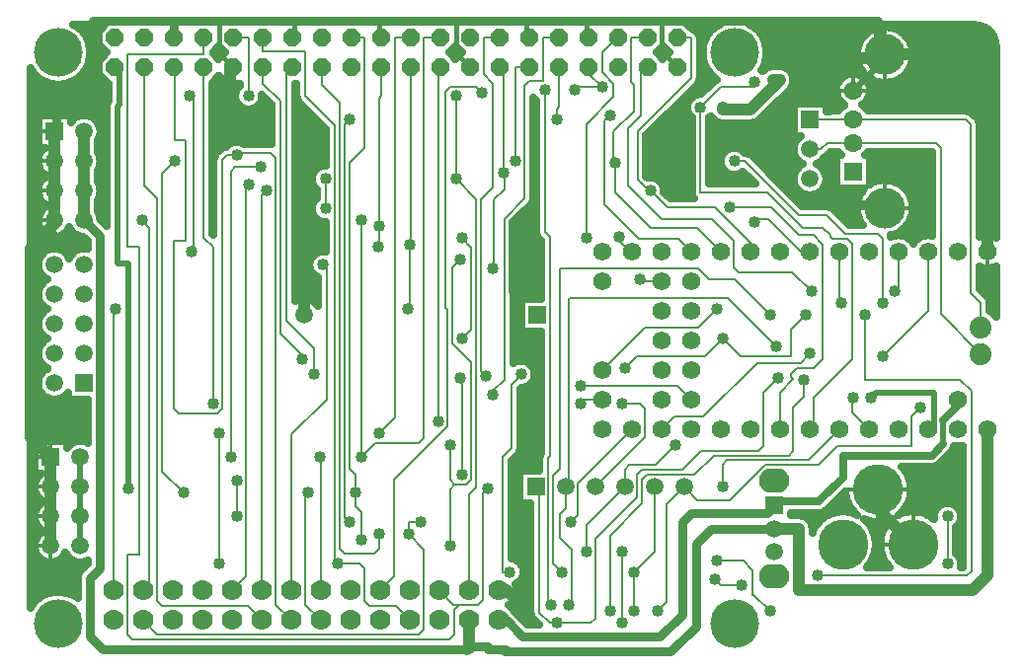
<source format=gbl>
G04 DipTrace 3.3.1.3*
G04 Teensy4RPIlike.gbl*
%MOIN*%
G04 #@! TF.FileFunction,Copper,L2,Bot*
G04 #@! TF.Part,Single*
%AMOUTLINE0*
4,1,8,
0.030118,-0.012475,
0.012475,-0.030118,
-0.012475,-0.030118,
-0.030118,-0.012475,
-0.030118,0.012475,
-0.012475,0.030118,
0.012475,0.030118,
0.030118,0.012475,
0.030118,-0.012475,
0*%
G04 #@! TA.AperFunction,Conductor*
%ADD13C,0.02*%
G04 #@! TA.AperFunction,ViaPad*
%ADD14C,0.04*%
G04 #@! TA.AperFunction,Conductor*
%ADD16C,0.03*%
%ADD17C,0.008*%
%ADD18C,0.015*%
G04 #@! TA.AperFunction,CopperBalancing*
%ADD19C,0.025*%
%ADD24C,0.013*%
G04 #@! TA.AperFunction,ComponentPad*
%ADD30C,0.17*%
%ADD31R,0.059055X0.059055*%
%ADD32C,0.059055*%
%ADD33C,0.07*%
%ADD46O,0.102362X0.082677*%
%ADD47C,0.06194*%
%ADD48C,0.074*%
%ADD49R,0.062992X0.062992*%
%ADD50C,0.062992*%
%ADD51C,0.137795*%
G04 #@! TA.AperFunction,ViaPad*
%ADD53C,0.165*%
G04 #@! TA.AperFunction,ComponentPad*
%ADD110OUTLINE0*%
%FSLAX26Y26*%
G04*
G70*
G90*
G75*
G01*
G04 Bottom*
%LPD*%
X3273073Y1293700D2*
D13*
X3291073Y1311700D1*
X3486498D1*
Y1205842D1*
X3468073Y1187417D1*
X605561Y893700D2*
Y793700D1*
Y993700D2*
Y893700D1*
Y1093700D2*
Y993700D1*
X722600Y2410629D2*
X736787D1*
Y2285886D1*
X730537Y2279637D1*
Y1748102D1*
X768033D1*
Y987388D1*
X2942805Y2368493D2*
D14*
X2967802D1*
X2867813Y2268503D1*
X2773073D1*
Y2273700D1*
X618073Y2193700D2*
Y2093700D1*
X2949054Y852403D2*
X3031073D1*
Y643700D1*
X3617073D1*
X3668073Y694700D1*
Y1187417D1*
X618073Y1893700D2*
D16*
X671073Y1840700D1*
Y719700D1*
X637073Y685700D1*
Y487700D1*
X681078Y443695D1*
X1911892D1*
Y453700D1*
X1980406D1*
Y443695D1*
X2042574D1*
X2036325Y437445D1*
X2599091D1*
X2683073Y521427D1*
Y802403D1*
X2733073Y852403D1*
X2949054D1*
X618073Y1993700D2*
D14*
Y1893700D1*
Y2093700D2*
Y1993700D1*
X1918073Y543700D2*
Y449876D1*
X1911892Y443695D1*
X2961553Y1362348D2*
D17*
X2911073Y1311868D1*
Y1131700D1*
X2895073Y1115700D1*
X2702406D1*
X2638406Y1051700D1*
X2501073D1*
X2485073Y1035700D1*
Y959700D1*
X2345073Y819700D1*
Y549700D1*
X2329073Y533700D1*
X2213073D1*
X2190369D1*
X2155388Y568682D1*
Y993700D1*
X2143073D1*
X2433073Y1273700D2*
X2495073D1*
X2511073Y1257700D1*
Y1161700D1*
X2343073Y993700D1*
X3053073Y1573700D2*
X3005298Y1525926D1*
Y1433700D1*
X2833073D1*
X2773073Y1493700D1*
X3253073Y1573700D2*
Y1356099D1*
X3574674D1*
X3613073Y1317700D1*
Y709700D1*
X3597073Y693700D1*
X3093073D1*
X2773073Y1493700D2*
X2713073Y1433700D1*
X2482962D1*
X2442857Y1393595D1*
X2243073Y993700D2*
X2255377D1*
Y1628004D1*
X2259073Y1631700D1*
X2792191D1*
X2955304Y1468587D1*
X2253073Y593700D2*
X2265073Y605700D1*
Y781700D1*
X2224130Y822642D1*
Y902758D1*
X2243073Y921700D1*
Y993700D1*
X2313073Y773700D2*
Y863700D1*
X2443073Y993700D1*
X2433073Y773700D2*
Y533700D1*
X2443073Y993700D2*
Y1051700D1*
X2459073Y1067700D1*
X2547073D1*
X2613073Y1133700D1*
X2473073Y573700D2*
Y706167D1*
X2474104D1*
X2230380D2*
X2201073Y735474D1*
Y1033073D1*
X2224130Y1056130D1*
Y1731700D1*
X2691073D1*
X2729073Y1693700D1*
X2813073D1*
X2933073Y1573700D1*
X2474104Y706167D2*
X2543073Y775136D1*
Y993700D1*
X2553073Y573700D2*
X2585073Y605700D1*
Y935700D1*
X2643073Y993700D1*
X2686881Y949892D1*
X2799264D1*
X2917073Y1067700D1*
X3098109D1*
X3161532Y1131123D1*
X3411073D1*
Y1230679D1*
X3442752Y1262359D1*
X2836566Y662422D2*
X2767823D1*
X2749075Y681170D1*
X3353073Y1653700D2*
X3368073Y1668700D1*
Y1787417D1*
X2522600Y2410629D2*
X2499102D1*
Y2249755D1*
X2455356Y2206010D1*
Y2012280D1*
X2567844Y1899792D1*
X2736577D1*
X2811073Y1825296D1*
Y1733700D1*
X2827073Y1717700D1*
X3009073D1*
X3073073Y1653700D1*
X2193073Y593700D2*
X2185073Y601700D1*
Y1092065D1*
X2191073Y1098065D1*
Y1837700D1*
X2173073Y1855700D1*
Y2333700D1*
X2322600Y2410629D2*
Y2388760D1*
X2367865Y2343495D1*
X1961658Y2324747D2*
X1940705Y2345700D1*
X1855073D1*
X1839073Y2329700D1*
Y1597700D1*
X1845073Y1591700D1*
Y1197700D1*
X1665073Y1017700D1*
Y690700D1*
X1618073Y643700D1*
X2367865Y2343495D2*
X2273073D1*
Y2333700D1*
X2213073Y2233700D2*
Y2267700D1*
X2222600Y2277228D1*
Y2410629D1*
X1513073Y2233700D2*
X1497073Y2217700D1*
Y889700D1*
X1513073Y873700D1*
X3313073Y1613700D2*
Y1831700D1*
X3297073Y1847700D1*
X3188627D1*
X3124036Y1912291D1*
X3030296D1*
X2848886Y2093700D1*
X2813073D1*
X3173073Y1613700D2*
X3168073Y1618700D1*
Y1787417D1*
X1113073Y1093700D2*
Y2057700D1*
X1129073Y2073700D1*
X1213073D1*
X2073073Y2093700D2*
Y2410629D1*
X2122600D1*
X1413073Y1093700D2*
X1418073Y1088700D1*
Y643700D1*
X2880312Y1887293D2*
X2890718Y1897700D1*
X2926149D1*
X3036432Y1787417D1*
X3068073D1*
X1424214Y1743558D2*
X1436713D1*
Y1289340D1*
X1318073Y1170700D1*
Y643700D1*
X2033073Y2053700D2*
Y2410629D1*
X2022600D1*
X1999154Y1731060D2*
X2001073Y1732978D1*
Y1964204D1*
X2036650Y1999781D1*
Y2053700D1*
X2033073D1*
X2313073Y1833700D2*
Y2219700D1*
X2405361Y2311989D1*
Y2355994D1*
X2367865Y2393490D1*
Y2462233D1*
X2416262Y2510629D1*
X2422600D1*
X1893073Y1493700D2*
X1925073Y1525700D1*
Y1801700D1*
X1893073Y1833700D1*
X1873073Y2313700D2*
Y2033700D1*
X1173073Y2313700D2*
Y2510629D1*
X1122600D1*
X1433073Y1933700D2*
Y2033700D1*
X1873073D2*
X1941073Y1965700D1*
Y991700D1*
X1918073Y968700D1*
Y643700D1*
X1980406Y987388D2*
X1965073Y972054D1*
Y611700D1*
X1949073Y595700D1*
X1883073D1*
X1867073Y579700D1*
Y495700D1*
X1851073Y479700D1*
X781073D1*
X765073Y495700D1*
Y764268D1*
X805529D1*
Y1805226D1*
X765073D1*
Y2453700D1*
X1022600D1*
Y2510629D1*
X3313073Y1433700D2*
X3468073Y1588700D1*
Y1787417D1*
X1883073Y595700D2*
X1866073D1*
X1818073Y643700D1*
X1553073Y1893700D2*
Y1093700D1*
X1601073Y1141700D1*
X1749073D1*
X1765073Y1157700D1*
Y2510629D1*
X1822600D1*
X1622600Y2410629D2*
Y2315228D1*
X1613073Y2305700D1*
Y1873700D1*
X2424109Y1837298D2*
Y1824800D1*
X2461493Y1787417D1*
X2468073D1*
X1613073Y1873700D2*
Y1806052D1*
X1611695D1*
X813073Y1893700D2*
X836776Y1869997D1*
Y643700D1*
X818073D1*
X1722600Y2410629D2*
Y1812301D1*
X1717934D1*
Y1599823D1*
X1711684Y1593574D1*
X724288D2*
X718073Y1587359D1*
Y643700D1*
X1813073Y1213700D2*
Y2410629D1*
X1822600D1*
X818073Y543700D2*
X866073Y495700D1*
X1749073D1*
X1765073Y511700D1*
Y781700D1*
X1713073Y833700D1*
X1613073D2*
Y783700D1*
X1597073Y767700D1*
X1497073D1*
X1481073Y783700D1*
Y2293228D1*
X1422600Y2351700D1*
Y2410629D1*
X2261627Y874899D2*
X2285073Y898346D1*
Y1004417D1*
X2468073Y1187417D1*
X1713073Y833700D2*
Y873700D1*
X1753073D1*
X1613073Y1173700D2*
X1667073Y1227700D1*
Y2510629D1*
X1722600D1*
X1073073Y1173700D2*
Y733700D1*
X1133073Y1013700D2*
Y893700D1*
X1893073Y1033700D2*
Y1362348D1*
X1886666D1*
X1974157Y1368598D2*
X1957073Y1385682D1*
Y1963700D1*
X1999154Y2005781D1*
Y2355994D1*
X1967073Y2388075D1*
Y2510629D1*
X2022600D1*
X1218073Y543700D2*
X1170073Y591700D1*
X881073D1*
X865073Y607700D1*
Y1969700D1*
X822600Y2012172D1*
Y2410629D1*
X1318073Y543700D2*
X1265073Y596700D1*
Y2105700D1*
X1249073Y2121700D1*
X1133073D1*
Y2113700D1*
X2799070Y1937288D2*
X2936556D1*
X3030296Y1843548D1*
X3080291D1*
X3111073Y1812766D1*
Y1424377D1*
X3080291Y1393595D1*
X3024046D1*
X3005298Y1374847D1*
Y1364285D1*
X3012516Y1357067D1*
X2968073Y1312624D1*
Y1187417D1*
X1133073Y2113700D2*
X1101073D1*
X1085073Y2097700D1*
Y1257700D1*
X1069073Y1241700D1*
X939073D1*
X922600Y1258172D1*
Y1826369D1*
X961763D1*
Y2164554D1*
X924267D1*
Y2410629D1*
X922600D1*
X2699081Y2274752D2*
Y1987283D1*
X2924057D1*
X3042794Y1868545D1*
X3111537D1*
X3136535Y1843548D1*
Y1838238D1*
X3143073Y1831700D1*
X3195073D1*
X3211073Y1815700D1*
Y1424388D1*
X3080291Y1293606D1*
Y1187417D1*
X3068073D1*
X2699081Y2274752D2*
X2767823Y2343495D1*
X2880312D1*
Y2362243D1*
X1373073Y973700D2*
X1365073Y965700D1*
Y596700D1*
X1418073Y543700D1*
X924267Y2093522D2*
X881073Y2050327D1*
Y1045700D1*
X953073Y973700D1*
X2773073Y993700D2*
Y1067700D1*
X2789073Y1083700D1*
X3064356D1*
X3168073Y1187417D1*
X1553073Y813700D2*
Y907700D1*
X1533073Y927700D1*
Y973700D1*
Y1035700D1*
X1513073Y1055700D1*
Y2087700D1*
X1565073Y2139700D1*
Y2510629D1*
X1522600D1*
X2568073Y1187417D2*
X2612356Y1231700D1*
X2709073D1*
X2889716Y1412343D1*
X3036545D1*
X3067792Y1443590D1*
X980511Y1787304D2*
X986760D1*
Y2313700D1*
X973073D1*
X1886666Y1762306D2*
X1861073Y1736713D1*
Y1477700D1*
X1925073Y1413700D1*
Y1017700D1*
X1909073Y1001700D1*
X1869073D1*
X1853073Y985700D1*
Y793700D1*
X3213073Y1293700D2*
X3211073Y1291700D1*
Y1244417D1*
X3268073Y1187417D1*
X1853073Y1133700D2*
Y1017700D1*
X1869073Y1001700D1*
X1718073Y543700D2*
X1670073Y591700D1*
X1581073D1*
X1565073Y607700D1*
Y719700D1*
X1549073Y735700D1*
X1473073D1*
X1465073Y743700D1*
Y2215146D1*
X1365073Y2315146D1*
Y2465700D1*
X1222600D1*
Y2510629D1*
X1053073Y1273700D2*
Y1805700D1*
X1022600Y1836172D1*
Y2410629D1*
X2293073Y1333700D2*
X2621789D1*
X2668073Y1287417D1*
X2222600Y2510629D2*
X2167073D1*
Y2365700D1*
X2121073D1*
X2105073Y2349700D1*
Y1967700D1*
X2036650Y1899277D1*
Y1356099D1*
X1999154Y1318603D1*
Y1306104D1*
X1392968Y1374847D2*
Y1462338D1*
X1301304Y1554002D1*
Y2410629D1*
X1322600D1*
X1355472Y1424842D2*
X1367970D1*
X1281073Y1511739D1*
Y2297700D1*
X1222600Y2356172D1*
Y2410629D1*
X518073Y1749821D2*
Y1743700D1*
X2493073Y1693700D2*
X2499356Y1687417D1*
X2568073D1*
X2622600Y2510629D2*
X2667073D1*
Y2373981D1*
X2486603Y2193511D1*
Y2031028D1*
X2524099Y1993532D1*
X2530348D1*
X1233073Y1993700D2*
X1218073Y1978700D1*
Y643700D1*
X2530348Y1993532D2*
X2586592Y1937288D1*
X2749075D1*
X2868073Y1818291D1*
Y1787417D1*
X1173073Y2013700D2*
X1165073Y2005218D1*
Y690700D1*
X1118073Y643700D1*
X2411611Y2087272D2*
X2405361D1*
Y2193511D1*
X2474104Y2262254D1*
Y2352669D1*
X2465073Y2361700D1*
Y2510629D1*
X2522600D1*
X2411611Y2087272D2*
Y1987283D1*
X2530348Y1868545D1*
X2686944D1*
X2768073Y1787417D1*
X2392863Y2249755D2*
X2374115Y2231007D1*
Y1949787D1*
X2492201Y1831700D1*
X2623789D1*
X2668073Y1787417D1*
X922600Y2510629D2*
D16*
Y2568472D1*
X1075040D1*
X1327758D1*
X1615970D1*
X1874167D1*
X2112474D1*
X2315695D1*
X2568440D1*
X2690086D1*
X3299018D1*
Y2475944D1*
X3321419Y2453543D1*
D13*
Y2439369D1*
X3214726Y2332676D1*
X1327758Y2568472D2*
D18*
Y2515787D1*
X1322600Y2510629D1*
X1615970Y2568472D2*
Y2517259D1*
X1622600Y2510629D1*
X2112474Y2568472D2*
Y2520755D1*
X2122600Y2510629D1*
X2315695Y2568472D2*
Y2517535D1*
X2322600Y2510629D1*
X2568440Y2568472D2*
Y2464789D1*
X2622600Y2410629D1*
X1874167Y2568472D2*
Y2459062D1*
X1922600Y2410629D1*
X1075040Y2568472D2*
Y2458190D1*
X1122600Y2410629D1*
X505561Y1093700D2*
D14*
Y993700D1*
Y893700D1*
Y793700D1*
X518073Y2193700D2*
Y2093700D1*
Y1993700D1*
Y1893700D1*
Y1881057D1*
X495330Y1858314D1*
X436818Y1799802D1*
Y1162443D1*
X505561Y1093700D1*
X3298390Y984947D2*
Y918018D1*
X3416501Y799907D1*
X3321419Y2453543D2*
X3563931D1*
X3668073Y2349401D1*
Y1787417D1*
X3321419Y1936220D2*
D16*
Y1949787D1*
X3039703D1*
X2926224Y2120209D1*
X3005298Y2283805D1*
Y2312249D1*
X3030296D1*
X3155283Y2437235D1*
X3305112D1*
X3321419Y2453543D1*
X1361737Y1574826D2*
D14*
Y1722480D1*
Y2224742D1*
X1349222Y2237256D1*
X1111747D2*
Y2399776D1*
X1122600Y2410629D1*
X2018073Y643700D2*
X2042873D1*
X2117892Y568682D1*
Y543684D1*
X2690086Y2568472D2*
D13*
Y2539970D1*
X2699081Y2530976D1*
Y2349745D1*
X2542847Y2193511D1*
X922600Y2568472D2*
D16*
X649296D1*
Y2281002D1*
X536808D1*
X524309Y2268503D1*
Y2199936D1*
X518073Y2193700D1*
X495330Y1858314D2*
D14*
X547592Y1806052D1*
X574304D1*
X2074146Y1681065D2*
Y1474836D1*
X2142889Y1406094D1*
Y1331102D1*
X2105393Y1293606D1*
Y1093627D1*
X2067897Y1056130D1*
Y918645D1*
X2111642Y874899D1*
Y599928D1*
X2105393D1*
Y568682D1*
X2117892D1*
X2755325Y743663D2*
D17*
X2842815D1*
X2874062Y712417D1*
Y627700D1*
X2879073D1*
X2933073Y573700D1*
X2093073Y1373700D2*
X2097997D1*
X2061648Y1337351D1*
Y1124873D1*
X2030401Y1093627D1*
Y706167D1*
X2055398D1*
X2293073Y1273700D2*
X2306789Y1287417D1*
X2368073D1*
X3533073Y893700D2*
Y733700D1*
X2753073Y1593700D2*
X2691073Y1531700D1*
X2512356D1*
X2368073Y1387417D1*
X3049044Y1356099D2*
Y1299855D1*
X3011548Y1262359D1*
Y1114175D1*
X2997073Y1099700D1*
X2743073D1*
X2679073Y1035700D1*
X2517073D1*
X2501073Y1019700D1*
Y937108D1*
X2393073Y829108D1*
Y573700D1*
X3068073Y2233700D2*
X3138025D1*
X3138577Y2234251D1*
X3214726D1*
X3595073D1*
X3611073Y2218251D1*
Y1649700D1*
X3646073Y1614700D1*
Y1532417D1*
X3068073Y2133700D2*
X3105262D1*
X3127073Y2155511D1*
X3214726D1*
X3495073D1*
X3511073Y2139511D1*
Y1577417D1*
X3646073Y1442417D1*
X3568073Y1287417D2*
D19*
Y1268941D1*
X3517745Y1218613D1*
D13*
Y1137372D1*
D19*
X3480249Y1099876D1*
X3180280D1*
Y1024884D1*
X3099039Y943642D1*
X2961553D1*
X2949054Y931144D1*
X2018073Y543700D2*
D16*
X2042884D1*
X2099144Y487440D1*
X2561595D1*
X2636587Y562432D1*
Y874899D1*
X2667834Y906146D1*
X2924057D1*
X2949054Y931144D1*
D14*
X768033Y987388D3*
X2836566Y662422D3*
X2749075Y681170D3*
X1349222Y2237256D3*
X1111747D3*
X2542847Y2193511D3*
X574304Y1806052D3*
X2074146Y1681065D3*
X1361737Y1722480D3*
D53*
X2814333Y531495D3*
X530868D3*
Y2460629D3*
X2814333D3*
D14*
X2117892Y543684D3*
X3273073Y1293700D3*
X2773073Y2273700D3*
X2942805Y2368493D3*
X2961553Y1362348D3*
X2213073Y533700D3*
X2433073Y1273700D3*
X2442857Y1393595D3*
X2773073Y1493700D3*
X3093073Y693700D3*
X3253073Y1573700D3*
X3053073D3*
X2955304Y1468587D3*
X2253073Y593700D3*
X2613073Y1133700D3*
X2433073Y533700D3*
Y773700D3*
X2313073D3*
X2933073Y1573700D3*
X2230380Y706167D3*
X2473073Y573700D3*
X2474104Y706167D3*
X3442752Y1262359D3*
X2553073Y573700D3*
X2173073Y2333700D3*
X2193073Y593700D3*
X3353073Y1653700D3*
X3073073D3*
X1961658Y2324747D3*
X2273073Y2333700D3*
X2367865Y2343495D3*
X1513073Y873700D3*
Y2233700D3*
X2813073Y2093700D3*
X3313073Y1613700D3*
X3173073D3*
X2213073Y2233700D3*
X1213073Y2073700D3*
X1113073Y1093700D3*
X1413073D3*
X2880312Y1887293D3*
X2073073Y2093700D3*
X1424214Y1743558D3*
X1999154Y1731060D3*
X2033073Y2053700D3*
X2313073Y1833700D3*
X1893073D3*
Y1493700D3*
X1873073Y2313700D3*
X1173073D3*
X1873073Y2033700D3*
X1433073D3*
Y1933700D3*
X3313073Y1433700D3*
X1980406Y987388D3*
X1553073Y1093700D3*
Y1893700D3*
X1611695Y1806052D3*
X2424109Y1837298D3*
X1613073Y1873700D3*
X813073Y1893700D3*
X1711684Y1593574D3*
X724288D3*
X1717934Y1812301D3*
X1813073Y1213700D3*
X2261627Y874899D3*
X1753073Y873700D3*
X1613073Y833700D3*
X1713073D3*
X1613073Y1173700D3*
X1073073Y733700D3*
Y1173700D3*
X1133073Y893700D3*
Y1013700D3*
X1886666Y1362348D3*
X1974157Y1368598D3*
X1893073Y1033700D3*
X2799070Y1937288D3*
X1133073Y2113700D3*
X1373073Y973700D3*
X953073D3*
X924267Y2093522D3*
X2699081Y2274752D3*
X2880312Y2362243D3*
X2773073Y993700D3*
X1553073Y813700D3*
X1533073Y973700D3*
X3067792Y1443590D3*
X3213073Y1293700D3*
X1853073Y793700D3*
X973073Y2313700D3*
X980511Y1787304D3*
X1886666Y1762306D3*
X1853073Y1133700D3*
X1473073Y735700D3*
X1053073Y1273700D3*
X2293073Y1333700D3*
X1999154Y1306104D3*
X1392968Y1374847D3*
X1355472Y1424842D3*
X2493073Y1693700D3*
X1233073Y1993700D3*
X2530348Y1993532D3*
X2411611Y2087272D3*
X1173073Y2013700D3*
X2392863Y2249755D3*
X2933073Y573700D3*
X2755325Y743663D3*
X2055398Y706167D3*
X2093073Y1373700D3*
X2293073Y1273700D3*
X2393073Y573700D3*
X3049044Y1356099D3*
X3533073Y733700D3*
Y893700D3*
X2753073Y1593700D3*
X615232Y2531056D2*
D19*
X665745D1*
X2690845D2*
X2729947D1*
X2898722D2*
X3265052D1*
X3377812D2*
X3674634D1*
X631272Y2506187D2*
X664489D1*
X2699063D2*
X2713907D1*
X2914763D2*
X3240579D1*
X3402285D2*
X3689562D1*
X639382Y2481318D2*
X670841D1*
X2922837D2*
X3228701D1*
X3414127D2*
X3694657D1*
X641284Y2456449D2*
X687276D1*
X1057935D2*
X1087277D1*
X1857938D2*
X1887279D1*
X2557930D2*
X2587272D1*
X2924738D2*
X3224575D1*
X3418290D2*
X3695160D1*
X637373Y2431581D2*
X665925D1*
X2920863D2*
X3227122D1*
X3415742D2*
X3695160D1*
X626930Y2406712D2*
X664489D1*
X2699063D2*
X2718249D1*
X2995000D2*
X3236955D1*
X3405874D2*
X3695160D1*
X438718Y2381843D2*
X454495D1*
X607230D2*
X670374D1*
X2699063D2*
X2737949D1*
X3013803D2*
X3183380D1*
X3385312D2*
X3695160D1*
X438718Y2356974D2*
X498058D1*
X563703D2*
X697826D1*
X1054598D2*
X1097827D1*
X2693680D2*
X2737088D1*
X3014305D2*
X3160665D1*
X3268796D2*
X3695160D1*
X438718Y2332106D2*
X698794D1*
X1054598D2*
X1128974D1*
X2669423D2*
X2712220D1*
X2998265D2*
X3155246D1*
X3274215D2*
X3695160D1*
X438718Y2307237D2*
X698794D1*
X1054598D2*
X1125529D1*
X2644555D2*
X2664710D1*
X2973397D2*
X3161239D1*
X3268222D2*
X3695160D1*
X438718Y2282368D2*
X692658D1*
X1054598D2*
X1137586D1*
X1208577D2*
X1249078D1*
X1333311D2*
X1353645D1*
X2619687D2*
X2651720D1*
X2948530D2*
X3010561D1*
X3125618D2*
X3181693D1*
X3247768D2*
X3695160D1*
X438718Y2257499D2*
X692551D1*
X1054598D2*
X1249078D1*
X1333311D2*
X1378513D1*
X2594819D2*
X2654483D1*
X2923662D2*
X3010561D1*
X3615724D2*
X3695160D1*
X438718Y2232630D2*
X460559D1*
X659477D2*
X692551D1*
X1054598D2*
X1249078D1*
X1333311D2*
X1403380D1*
X2569952D2*
X2667078D1*
X2898292D2*
X3010561D1*
X3639336D2*
X3695160D1*
X438718Y2207762D2*
X460559D1*
X673759D2*
X692551D1*
X1054598D2*
X1249078D1*
X1333311D2*
X1428248D1*
X2545084D2*
X2667078D1*
X2731072D2*
X3010561D1*
X3643068D2*
X3695160D1*
X438718Y2182893D2*
X460559D1*
X674513D2*
X692551D1*
X1054598D2*
X1249078D1*
X1333311D2*
X1433057D1*
X2520216D2*
X2667078D1*
X2731072D2*
X3010561D1*
X3643068D2*
X3695160D1*
X438718Y2158024D2*
X460559D1*
X666080D2*
X692551D1*
X1054598D2*
X1120290D1*
X1145852D2*
X1249078D1*
X1333311D2*
X1433057D1*
X2518601D2*
X2667078D1*
X2731072D2*
X3016231D1*
X3643068D2*
X3695160D1*
X438718Y2133155D2*
X477210D1*
X666080D2*
X692551D1*
X1054598D2*
X1076296D1*
X1333311D2*
X1433057D1*
X2518601D2*
X2667078D1*
X2731072D2*
X2787900D1*
X2838222D2*
X3010561D1*
X3643068D2*
X3695160D1*
X438718Y2108287D2*
X462497D1*
X673616D2*
X692551D1*
X1333311D2*
X1433057D1*
X2518601D2*
X2667078D1*
X2731072D2*
X2767482D1*
X2878520D2*
X3016769D1*
X3122747D2*
X3155246D1*
X3274215D2*
X3479065D1*
X3643068D2*
X3695160D1*
X438718Y2083418D2*
X461528D1*
X674621D2*
X692551D1*
X1333311D2*
X1433057D1*
X2518601D2*
X2667078D1*
X2731072D2*
X2766262D1*
X2903387D2*
X3041996D1*
X3094148D2*
X3155246D1*
X3274215D2*
X3479065D1*
X3643068D2*
X3695160D1*
X438718Y2058549D2*
X473226D1*
X666080D2*
X692551D1*
X1333311D2*
X1392472D1*
X2518601D2*
X2667078D1*
X2731072D2*
X2781692D1*
X2928255D2*
X3016482D1*
X3119661D2*
X3155246D1*
X3274215D2*
X3479065D1*
X3643068D2*
X3695160D1*
X438718Y2033680D2*
X477748D1*
X666080D2*
X692551D1*
X1333311D2*
X1385079D1*
X2554270D2*
X2667078D1*
X2731072D2*
X2864692D1*
X2953123D2*
X3010561D1*
X3125618D2*
X3155246D1*
X3274215D2*
X3479065D1*
X3643068D2*
X3695160D1*
X438718Y2008812D2*
X462676D1*
X673472D2*
X692551D1*
X1333311D2*
X1392472D1*
X2575693D2*
X2667078D1*
X2977991D2*
X3016482D1*
X3119661D2*
X3155246D1*
X3384271D2*
X3479065D1*
X3643068D2*
X3695160D1*
X438718Y1983943D2*
X461421D1*
X674728D2*
X692551D1*
X1333311D2*
X1401084D1*
X2584162D2*
X2667257D1*
X3002858D2*
X3042068D1*
X3094076D2*
X3237457D1*
X3405371D2*
X3479065D1*
X3643068D2*
X3695160D1*
X438718Y1959074D2*
X472796D1*
X666080D2*
X692551D1*
X1333311D2*
X1392795D1*
X3027726D2*
X3227338D1*
X3415491D2*
X3479065D1*
X3643068D2*
X3695160D1*
X438718Y1934205D2*
X478322D1*
X666080D2*
X692551D1*
X1333311D2*
X1385079D1*
X2115801D2*
X2141088D1*
X3146287D2*
X3224539D1*
X3418290D2*
X3479065D1*
X3643068D2*
X3695160D1*
X438718Y1909336D2*
X462820D1*
X673329D2*
X692551D1*
X1333311D2*
X1392149D1*
X2090934D2*
X2141088D1*
X3171227D2*
X3228414D1*
X3414414D2*
X3479065D1*
X3643068D2*
X3695160D1*
X438718Y1884468D2*
X461313D1*
X1333311D2*
X1433057D1*
X2068649D2*
X2141088D1*
X3196095D2*
X3239969D1*
X3402859D2*
X3479065D1*
X3643068D2*
X3695160D1*
X438718Y1859599D2*
X472401D1*
X1333311D2*
X1433057D1*
X2068649D2*
X2141088D1*
X3379068D2*
X3479065D1*
X3643068D2*
X3695160D1*
X438718Y1834730D2*
X617266D1*
X1333311D2*
X1433057D1*
X2068649D2*
X2149807D1*
X3401388D2*
X3434748D1*
X438718Y1809861D2*
X628067D1*
X1333311D2*
X1433057D1*
X2068649D2*
X2159066D1*
X438718Y1784993D2*
X479183D1*
X556956D2*
X579192D1*
X1333311D2*
X1402914D1*
X2068649D2*
X2159066D1*
X438718Y1760124D2*
X463071D1*
X1333311D2*
X1379338D1*
X2068649D2*
X2159066D1*
X438718Y1735255D2*
X461205D1*
X1333311D2*
X1376970D1*
X2068649D2*
X2159066D1*
X438718Y1710386D2*
X471791D1*
X1333311D2*
X1390570D1*
X2068649D2*
X2159066D1*
X3643068D2*
X3695160D1*
X438718Y1685518D2*
X479793D1*
X1333311D2*
X1404708D1*
X2068649D2*
X2159066D1*
X3643068D2*
X3695160D1*
X438718Y1660649D2*
X463215D1*
X1333311D2*
X1404708D1*
X2068649D2*
X2159066D1*
X3644360D2*
X3695160D1*
X438718Y1635780D2*
X461133D1*
X1333311D2*
X1404708D1*
X2068649D2*
X2159066D1*
X3669228D2*
X3695160D1*
X438718Y1610911D2*
X471396D1*
X2068649D2*
X2091603D1*
X3678055D2*
X3695160D1*
X438718Y1586043D2*
X480439D1*
X2068649D2*
X2091603D1*
X3680675D2*
X3695160D1*
X438718Y1561174D2*
X463394D1*
X2068649D2*
X2091603D1*
X438718Y1536305D2*
X461062D1*
X2068649D2*
X2091603D1*
X438718Y1511436D2*
X471002D1*
X2068649D2*
X2159066D1*
X438718Y1486567D2*
X481085D1*
X2068649D2*
X2159066D1*
X438718Y1461699D2*
X463574D1*
X2068649D2*
X2159066D1*
X438718Y1436830D2*
X460990D1*
X2068649D2*
X2159066D1*
X438718Y1411961D2*
X470607D1*
X2120179D2*
X2159066D1*
X438718Y1387092D2*
X481731D1*
X2139054D2*
X2159066D1*
X438718Y1362224D2*
X463753D1*
X2139592D2*
X2159066D1*
X438718Y1337355D2*
X460918D1*
X2122942D2*
X2159066D1*
X438718Y1312486D2*
X470248D1*
X2093661D2*
X2159066D1*
X438718Y1287617D2*
X628067D1*
X2093661D2*
X2159066D1*
X438718Y1262749D2*
X628067D1*
X2093661D2*
X2159066D1*
X438718Y1237880D2*
X628067D1*
X2093661D2*
X2159066D1*
X438718Y1213011D2*
X628067D1*
X2093661D2*
X2159066D1*
X438718Y1188142D2*
X628067D1*
X2093661D2*
X2159066D1*
X438718Y1163273D2*
X628067D1*
X2093661D2*
X2159066D1*
X2093661Y1138405D2*
X2159066D1*
X2091400Y1113536D2*
X2159066D1*
X3549841D2*
X3581084D1*
X2069654Y1088667D2*
X2153073D1*
X3525296D2*
X3581084D1*
X2062406Y1063798D2*
X2153073D1*
X3494687D2*
X3581084D1*
X2062406Y1038930D2*
X2085539D1*
X3397297D2*
X3581084D1*
X438718Y1014061D2*
X451965D1*
X2062406D2*
X2085539D1*
X3407488D2*
X3581084D1*
X2062406Y989192D2*
X2085539D1*
X3411292D2*
X3581084D1*
X438718Y964323D2*
X456540D1*
X2062406D2*
X2085539D1*
X3409462D2*
X3581084D1*
X438718Y939455D2*
X472473D1*
X2062406D2*
X2085539D1*
X3151096D2*
X3195186D1*
X3401603D2*
X3581084D1*
X438718Y914586D2*
X452162D1*
X2062406D2*
X2123397D1*
X3126013D2*
X3210687D1*
X3386101D2*
X3490154D1*
X2062406Y889717D2*
X2123397D1*
X3059627D2*
X3113405D1*
X438718Y864848D2*
X456217D1*
X2062406D2*
X2123397D1*
X3272169D2*
X3324584D1*
X438718Y839980D2*
X473298D1*
X2062406D2*
X2123397D1*
X3285769D2*
X3311020D1*
X3565056D2*
X3581084D1*
X438718Y815111D2*
X452378D1*
X2062406D2*
X2123397D1*
X3565056D2*
X3581084D1*
X2062406Y790242D2*
X2123397D1*
X3565056D2*
X3581084D1*
X438718Y765373D2*
X455894D1*
X2062406D2*
X2123397D1*
X3287743D2*
X3309046D1*
X3568250D2*
X3581084D1*
X438718Y740504D2*
X488980D1*
X522149D2*
X588989D1*
X2087740D2*
X2123397D1*
X3275937D2*
X3320816D1*
X438718Y715636D2*
X607218D1*
X2102416D2*
X2123397D1*
X438718Y690767D2*
X594407D1*
X2100730D2*
X2123397D1*
X438718Y665898D2*
X594084D1*
X2079092D2*
X2123397D1*
X438718Y641029D2*
X594084D1*
X2081029D2*
X2123397D1*
X438718Y616161D2*
X461313D1*
X2074427D2*
X2123397D1*
X2057920Y591292D2*
X2123397D1*
X2079953Y566423D2*
X2123468D1*
X2104821Y541554D2*
X2138289D1*
X3290439Y791238D2*
X3289420Y782621D1*
X3287727Y774112D1*
X3285372Y765761D1*
X3282369Y757621D1*
X3278736Y749741D1*
X3274497Y742171D1*
X3269676Y734957D1*
X3264305Y728143D1*
X3259727Y723191D1*
X3336978Y723200D1*
X3330635Y730356D1*
X3324135Y739253D1*
X3318554Y748754D1*
X3313946Y758764D1*
X3310358Y769182D1*
X3307826Y779906D1*
X3306374Y790829D1*
X3306017Y801843D1*
X3306760Y812837D1*
X3308593Y823702D1*
X3311499Y834331D1*
X3315450Y844618D1*
X3320405Y854459D1*
X3326316Y863759D1*
X3333124Y872423D1*
X3340761Y880367D1*
X3346705Y885570D1*
X3337010Y881415D1*
X3326506Y878084D1*
X3315723Y875815D1*
X3304768Y874631D1*
X3293749Y874544D1*
X3282777Y875555D1*
X3271960Y877654D1*
X3261405Y880820D1*
X3251218Y885021D1*
X3250087Y885567D1*
X3258415Y878043D1*
X3264305Y871671D1*
X3269676Y864858D1*
X3274497Y857643D1*
X3278736Y850073D1*
X3282369Y842194D1*
X3285372Y834054D1*
X3287727Y825703D1*
X3289420Y817193D1*
X3290439Y808577D1*
X3290780Y799907D1*
X3290439Y791238D1*
X3076584Y837838D2*
X3078191Y842194D1*
X3081824Y850073D1*
X3086063Y857643D1*
X3090884Y864858D1*
X3096255Y871671D1*
X3102145Y878043D1*
X3108516Y883932D1*
X3115330Y889304D1*
X3122544Y894124D1*
X3130114Y898364D1*
X3137994Y901996D1*
X3146134Y904999D1*
X3154484Y907354D1*
X3162994Y909047D1*
X3171610Y910067D1*
X3180280Y910407D1*
X3188950Y910067D1*
X3197566Y909047D1*
X3206076Y907354D1*
X3214426Y904999D1*
X3222567Y901996D1*
X3228753Y899144D1*
X3221183Y905895D1*
X3213693Y913977D1*
X3207046Y922765D1*
X3201307Y932172D1*
X3196534Y942104D1*
X3192773Y952461D1*
X3190063Y963142D1*
X3188430Y974039D1*
X3188058Y978926D1*
X3123718Y914747D1*
X3118894Y911242D1*
X3113581Y908535D1*
X3107910Y906692D1*
X3102020Y905759D1*
X3053107Y905642D1*
X3004053D1*
X3004172Y897903D1*
X3034643Y897763D1*
X3041694Y896646D1*
X3048485Y894440D1*
X3054846Y891199D1*
X3060623Y887002D1*
X3065671Y881953D1*
X3069868Y876177D1*
X3073109Y869816D1*
X3075316Y863025D1*
X3076433Y855973D1*
X3076573Y838086D1*
X3368193Y899286D2*
X3377973Y903473D1*
X3388479Y906795D1*
X3399264Y909055D1*
X3410221Y910229D1*
X3421239Y910306D1*
X3432211Y909285D1*
X3443026Y907176D1*
X3453578Y904001D1*
X3463761Y899791D1*
X3473474Y894587D1*
X3482621Y888442D1*
X3488721Y883536D1*
X3487713Y890130D1*
Y897270D1*
X3488830Y904322D1*
X3491036Y911112D1*
X3494278Y917474D1*
X3498474Y923250D1*
X3503523Y928298D1*
X3509299Y932495D1*
X3515661Y935737D1*
X3522451Y937943D1*
X3529503Y939060D1*
X3536643D1*
X3543694Y937943D1*
X3550485Y935737D1*
X3556846Y932495D1*
X3562623Y928298D1*
X3567671Y923250D1*
X3571868Y917474D1*
X3575109Y911112D1*
X3577316Y904322D1*
X3578432Y897270D1*
Y890130D1*
X3577316Y883078D1*
X3575109Y876288D1*
X3571868Y869926D1*
X3567671Y864150D1*
X3562568Y859058D1*
X3562623Y768298D1*
X3567671Y763250D1*
X3571868Y757474D1*
X3575109Y751112D1*
X3577316Y744322D1*
X3578432Y737270D1*
Y730130D1*
X3577340Y723201D1*
X3583574Y723200D1*
X3583573Y1133098D1*
X3576907Y1131642D1*
X3568073Y1130947D1*
X3559239Y1131642D1*
X3555417Y1132402D1*
X3553885Y1125629D1*
X3551603Y1120120D1*
X3548487Y1115036D1*
X3544615Y1110502D1*
X3504928Y1070980D1*
X3500104Y1067475D1*
X3494791Y1064768D1*
X3489120Y1062926D1*
X3483230Y1061993D1*
X3434317Y1061876D1*
X3377727D1*
X3384317Y1054422D1*
X3390809Y1045519D1*
X3396383Y1036013D1*
X3400981Y1025999D1*
X3404560Y1015578D1*
X3407083Y1004851D1*
X3408525Y993927D1*
X3408875Y983110D1*
X3408143Y972115D1*
X3406319Y961248D1*
X3403422Y950616D1*
X3399481Y940326D1*
X3394534Y930480D1*
X3388631Y921175D1*
X3381831Y912505D1*
X3374201Y904554D1*
X3368184Y899283D1*
X2097232Y1048728D2*
X2155543D1*
X2155663Y1094379D1*
X2156388Y1098952D1*
X2157818Y1103354D1*
X2159920Y1107479D1*
X2161212Y1109412D1*
X2161573Y1125624D1*
Y1519812D1*
X2094111Y1519798D1*
Y1629853D1*
X2161537D1*
X2161573Y1825473D1*
X2150641Y1836541D1*
X2147920Y1840286D1*
X2145818Y1844411D1*
X2144388Y1848813D1*
X2143664Y1853385D1*
X2143573Y1938377D1*
X2143523Y2299102D1*
X2138474Y2304150D1*
X2134580Y2309474D1*
X2134482Y1965385D1*
X2133758Y1960813D1*
X2132327Y1956411D1*
X2130226Y1952286D1*
X2127505Y1948541D1*
X2066126Y1887034D1*
X2066150Y1410355D1*
X2072416Y1414241D1*
X2079012Y1416973D1*
X2085955Y1418640D1*
X2093073Y1419200D1*
X2100190Y1418640D1*
X2107133Y1416973D1*
X2113729Y1414241D1*
X2119817Y1410510D1*
X2125246Y1405873D1*
X2129883Y1400444D1*
X2133614Y1394357D1*
X2136346Y1387760D1*
X2138013Y1380818D1*
X2138573Y1373700D1*
X2138013Y1366582D1*
X2136346Y1359640D1*
X2133614Y1353043D1*
X2129883Y1346956D1*
X2125246Y1341527D1*
X2119817Y1336890D1*
X2113729Y1333159D1*
X2107133Y1330427D1*
X2100190Y1328760D1*
X2094258Y1328247D1*
X2091123Y1325107D1*
X2091057Y1122559D1*
X2090333Y1117987D1*
X2088902Y1113584D1*
X2086801Y1109459D1*
X2084080Y1105714D1*
X2059899Y1081405D1*
X2059901Y751471D1*
X2066020Y750410D1*
X2072810Y748204D1*
X2079172Y744962D1*
X2084948Y740766D1*
X2089997Y735717D1*
X2094193Y729941D1*
X2097435Y723579D1*
X2099641Y716789D1*
X2100758Y709737D1*
Y702597D1*
X2099641Y695545D1*
X2097435Y688755D1*
X2094193Y682394D1*
X2089997Y676617D1*
X2084948Y671569D1*
X2079172Y667372D1*
X2074699Y665001D1*
X2076840Y658077D1*
X2078149Y650850D1*
X2078573Y643700D1*
X2078127Y636369D1*
X2076796Y629146D1*
X2074600Y622138D1*
X2071570Y615447D1*
X2067753Y609172D1*
X2063203Y603407D1*
X2057988Y598235D1*
X2052131Y593698D1*
X2057364Y589705D1*
X2064077Y582992D1*
X2069657Y575311D1*
X2071522Y572338D1*
X2115901Y527959D1*
X2154441Y527940D1*
X2132956Y549523D1*
X2130235Y553268D1*
X2128133Y557392D1*
X2126703Y561795D1*
X2125979Y566367D1*
X2125888Y651359D1*
Y938683D1*
X2088045Y938672D1*
Y1048728D1*
X2097232D1*
X630578Y1288672D2*
X563045D1*
Y1311961D1*
X556983Y1304790D1*
X550417Y1299182D1*
X543055Y1294670D1*
X535077Y1291366D1*
X526681Y1289350D1*
X518073Y1288672D1*
X509464Y1289350D1*
X501068Y1291366D1*
X493091Y1294670D1*
X485728Y1299182D1*
X479162Y1304790D1*
X473554Y1311356D1*
X469043Y1318718D1*
X465738Y1326696D1*
X463723Y1335092D1*
X463045Y1343700D1*
X463723Y1352308D1*
X465738Y1360704D1*
X469043Y1368682D1*
X473554Y1376044D1*
X479162Y1382610D1*
X485728Y1388218D1*
X493091Y1392730D1*
X495129Y1393670D1*
X489321Y1396781D1*
X482335Y1401857D1*
X476229Y1407962D1*
X471154Y1414948D1*
X467234Y1422642D1*
X464566Y1430854D1*
X463215Y1439383D1*
Y1448017D1*
X464566Y1456546D1*
X467234Y1464758D1*
X471154Y1472452D1*
X476229Y1479438D1*
X482335Y1485543D1*
X489321Y1490619D1*
X495129Y1493670D1*
X489321Y1496781D1*
X482335Y1501857D1*
X476229Y1507962D1*
X471154Y1514948D1*
X467234Y1522642D1*
X464566Y1530854D1*
X463215Y1539383D1*
Y1548017D1*
X464566Y1556546D1*
X467234Y1564758D1*
X471154Y1572452D1*
X476229Y1579438D1*
X482335Y1585543D1*
X489321Y1590619D1*
X495129Y1593670D1*
X489321Y1596781D1*
X482335Y1601857D1*
X476229Y1607962D1*
X471154Y1614948D1*
X467234Y1622642D1*
X464566Y1630854D1*
X463215Y1639383D1*
Y1648017D1*
X464566Y1656546D1*
X467234Y1664758D1*
X471154Y1672452D1*
X476229Y1679438D1*
X482335Y1685543D1*
X489321Y1690619D1*
X495129Y1693670D1*
X489321Y1696781D1*
X482335Y1701857D1*
X476229Y1707962D1*
X471154Y1714948D1*
X467234Y1722642D1*
X464566Y1730854D1*
X463215Y1739383D1*
Y1748017D1*
X464566Y1756546D1*
X467234Y1764758D1*
X471154Y1772452D1*
X476229Y1779438D1*
X482335Y1785543D1*
X489321Y1790619D1*
X497015Y1794539D1*
X505227Y1797207D1*
X513755Y1798558D1*
X522390D1*
X530919Y1797207D1*
X539131Y1794539D1*
X546825Y1790619D1*
X553810Y1785543D1*
X559916Y1779438D1*
X564991Y1772452D1*
X568042Y1766643D1*
X571154Y1772452D1*
X576229Y1779438D1*
X582335Y1785543D1*
X589321Y1790619D1*
X597015Y1794539D1*
X605227Y1797207D1*
X613755Y1798558D1*
X622390D1*
X630571Y1797276D1*
X630573Y1823892D1*
X615767Y1838730D1*
X609464Y1839350D1*
X601068Y1841366D1*
X593091Y1844670D1*
X585728Y1849182D1*
X579162Y1854790D1*
X573554Y1861356D1*
X569043Y1868718D1*
X567998Y1870558D1*
X564472Y1864117D1*
X560119Y1858202D1*
X555018Y1852919D1*
X549259Y1848363D1*
X542944Y1844614D1*
X536187Y1841739D1*
X529106Y1839790D1*
X521830Y1838801D1*
X514486Y1838789D1*
X507206Y1839756D1*
X500120Y1841683D1*
X493354Y1844537D1*
X487027Y1848266D1*
X481254Y1852805D1*
X476137Y1858072D1*
X471766Y1863973D1*
X468220Y1870404D1*
X465562Y1877249D1*
X463839Y1884388D1*
X463082Y1891692D1*
X463304Y1899033D1*
X464502Y1906278D1*
X466654Y1913299D1*
X469721Y1919971D1*
X473650Y1926176D1*
X478370Y1931802D1*
X483797Y1936749D1*
X489835Y1940930D1*
X495009Y1943739D1*
X488561Y1947255D1*
X482640Y1951598D1*
X477349Y1956691D1*
X472784Y1962444D1*
X469025Y1968752D1*
X466140Y1975506D1*
X464180Y1982583D1*
X463179Y1989858D1*
X463157Y1997201D1*
X464112Y2004483D1*
X466028Y2011572D1*
X468871Y2018343D1*
X472591Y2024675D1*
X477120Y2030455D1*
X482379Y2035581D1*
X488274Y2039961D1*
X495098Y2043696D1*
X488561Y2047255D1*
X482640Y2051598D1*
X477349Y2056691D1*
X472784Y2062444D1*
X469025Y2068752D1*
X466140Y2075506D1*
X464180Y2082583D1*
X463179Y2089858D1*
X463157Y2097201D1*
X464112Y2104483D1*
X466028Y2111572D1*
X468871Y2118343D1*
X472591Y2124675D1*
X477120Y2130455D1*
X482379Y2135581D1*
X486367Y2138668D1*
X463045Y2138672D1*
Y2248727D1*
X573100D1*
Y2225410D1*
X576229Y2229438D1*
X582335Y2235543D1*
X589321Y2240619D1*
X597015Y2244539D1*
X605227Y2247207D1*
X613755Y2248558D1*
X622390D1*
X630919Y2247207D1*
X639131Y2244539D1*
X646825Y2240619D1*
X653810Y2235543D1*
X659916Y2229438D1*
X664991Y2222452D1*
X668912Y2214758D1*
X671580Y2206546D1*
X672931Y2198017D1*
Y2189383D1*
X671580Y2180854D1*
X668912Y2172642D1*
X664991Y2164948D1*
X663576Y2162829D1*
X663573Y2124623D1*
X667103Y2118682D1*
X670407Y2110704D1*
X672423Y2102308D1*
X673100Y2093700D1*
X672423Y2085092D1*
X670407Y2076696D1*
X667103Y2068718D1*
X663576Y2062829D1*
X663573Y2024623D1*
X667103Y2018682D1*
X670407Y2010704D1*
X672423Y2002308D1*
X673100Y1993700D1*
X672423Y1985092D1*
X670407Y1976696D1*
X667103Y1968718D1*
X663576Y1962829D1*
X663573Y1924623D1*
X667103Y1918682D1*
X670407Y1910704D1*
X672423Y1902308D1*
X673008Y1896044D1*
X695048Y1874001D1*
X695147Y2282422D1*
X696018Y2287924D1*
X697740Y2293222D1*
X700275Y2298195D1*
X701286Y2304259D1*
Y2356614D1*
X696801Y2358769D1*
X693564Y2361121D1*
X673092Y2381593D1*
X670740Y2384830D1*
X668923Y2388396D1*
X667687Y2392201D1*
X667061Y2396153D1*
Y2425105D1*
X667687Y2429057D1*
X668923Y2432863D1*
X670740Y2436428D1*
X673092Y2439665D1*
X693570Y2460142D1*
X693564Y2461121D1*
X673092Y2481593D1*
X670740Y2484830D1*
X668923Y2488396D1*
X667687Y2492201D1*
X667061Y2496153D1*
Y2525105D1*
X667687Y2529057D1*
X668923Y2532863D1*
X670740Y2536428D1*
X673092Y2539665D1*
X689241Y2555926D1*
X581660Y2555924D1*
X587298Y2552714D1*
X594349Y2548003D1*
X601008Y2542753D1*
X607236Y2536997D1*
X612992Y2530770D1*
X618242Y2524110D1*
X622953Y2517059D1*
X627097Y2509660D1*
X630647Y2501959D1*
X633582Y2494003D1*
X635884Y2485841D1*
X637538Y2477524D1*
X638535Y2469103D1*
X638868Y2460629D1*
X638535Y2452156D1*
X637538Y2443734D1*
X635884Y2435417D1*
X633582Y2427255D1*
X630647Y2419299D1*
X627097Y2411598D1*
X622953Y2404199D1*
X618242Y2397148D1*
X612992Y2390489D1*
X607236Y2384262D1*
X601008Y2378505D1*
X594349Y2373255D1*
X587298Y2368544D1*
X579899Y2364400D1*
X572198Y2360850D1*
X564242Y2357915D1*
X556080Y2355613D1*
X547763Y2353959D1*
X539342Y2352962D1*
X530868Y2352629D1*
X522394Y2352962D1*
X513973Y2353959D1*
X505656Y2355613D1*
X497494Y2357915D1*
X489538Y2360850D1*
X481837Y2364400D1*
X474438Y2368544D1*
X467387Y2373255D1*
X460728Y2378505D1*
X454500Y2384262D1*
X448744Y2390489D1*
X443494Y2397148D1*
X438783Y2404199D1*
X436209Y2408795D1*
X436200Y583483D1*
X443494Y594976D1*
X448744Y601636D1*
X454500Y607863D1*
X460728Y613619D1*
X467387Y618869D1*
X474438Y623580D1*
X481837Y627724D1*
X489538Y631274D1*
X497494Y634209D1*
X505656Y636511D1*
X513973Y638166D1*
X522394Y639162D1*
X530868Y639495D1*
X539342Y639162D1*
X547763Y638166D1*
X556080Y636511D1*
X564242Y634209D1*
X572198Y631274D1*
X579899Y627724D1*
X587298Y623580D1*
X596560Y617126D1*
X596697Y688878D1*
X597692Y695155D1*
X599655Y701199D1*
X602541Y706861D1*
X606276Y712003D1*
X630586Y736489D1*
X630543Y744670D1*
X622565Y741366D1*
X614169Y739350D1*
X605561Y738672D1*
X596953Y739350D1*
X588556Y741366D1*
X580579Y744670D1*
X573217Y749182D1*
X566651Y754790D1*
X561043Y761356D1*
X556531Y768718D1*
X555486Y770558D1*
X551960Y764117D1*
X547607Y758202D1*
X542506Y752919D1*
X536747Y748363D1*
X530432Y744614D1*
X523675Y741739D1*
X516595Y739790D1*
X509318Y738801D1*
X501974Y738789D1*
X494695Y739756D1*
X487608Y741683D1*
X480842Y744537D1*
X474516Y748266D1*
X468742Y752805D1*
X463625Y758072D1*
X459254Y763973D1*
X455708Y770404D1*
X453050Y777249D1*
X451327Y784388D1*
X450570Y791692D1*
X450792Y799033D1*
X451990Y806278D1*
X454142Y813299D1*
X457210Y819971D1*
X461138Y826176D1*
X465858Y831802D1*
X471285Y836749D1*
X477323Y840930D1*
X482497Y843739D1*
X476050Y847255D1*
X470128Y851598D1*
X464837Y856691D1*
X460272Y862444D1*
X456513Y868752D1*
X453628Y875506D1*
X451668Y882583D1*
X450668Y889858D1*
X450645Y897201D1*
X451600Y904483D1*
X453516Y911572D1*
X456360Y918343D1*
X460079Y924675D1*
X464609Y930455D1*
X469867Y935581D1*
X475762Y939961D1*
X482587Y943696D1*
X476050Y947255D1*
X470128Y951598D1*
X464837Y956691D1*
X460272Y962444D1*
X456513Y968752D1*
X453628Y975506D1*
X451668Y982583D1*
X450668Y989858D1*
X450645Y997201D1*
X451600Y1004483D1*
X453516Y1011572D1*
X456360Y1018343D1*
X460079Y1024675D1*
X464609Y1030455D1*
X469867Y1035581D1*
X473855Y1038668D1*
X450533Y1038672D1*
Y1148727D1*
X560589D1*
Y1125410D1*
X563718Y1129438D1*
X569823Y1135543D1*
X576809Y1140619D1*
X584503Y1144539D1*
X592715Y1147207D1*
X601243Y1148558D1*
X609878D1*
X618407Y1147207D1*
X626619Y1144539D1*
X630587Y1142705D1*
X630573Y1288644D1*
X3022232Y2288728D2*
X3123100D1*
X3123191Y2263200D1*
X3133962Y2263388D1*
X3138577Y2263751D1*
X3165956D1*
X3171386Y2271267D1*
X3177710Y2277591D1*
X3184946Y2282848D1*
X3185998Y2283438D1*
X3180078Y2287421D1*
X3174547Y2292252D1*
X3169682Y2297754D1*
X3165566Y2303836D1*
X3162265Y2310396D1*
X3159836Y2317327D1*
X3158318Y2324512D1*
X3157736Y2331833D1*
X3158101Y2339168D1*
X3159406Y2346395D1*
X3161629Y2353395D1*
X3164734Y2360050D1*
X3168669Y2366251D1*
X3173368Y2371895D1*
X3178754Y2376887D1*
X3184738Y2381145D1*
X3191219Y2384599D1*
X3198090Y2387191D1*
X3205238Y2388877D1*
X3212543Y2389631D1*
X3219885Y2389439D1*
X3227141Y2388304D1*
X3234190Y2386246D1*
X3240917Y2383298D1*
X3247209Y2379511D1*
X3252961Y2374945D1*
X3258079Y2369678D1*
X3262477Y2363796D1*
X3266082Y2357398D1*
X3268834Y2350589D1*
X3270688Y2343483D1*
X3271613Y2336198D1*
X3271604Y2329004D1*
X3270660Y2321721D1*
X3268787Y2314620D1*
X3266016Y2307819D1*
X3262394Y2301430D1*
X3257981Y2295560D1*
X3252849Y2290307D1*
X3247085Y2285756D1*
X3243466Y2283464D1*
X3248228Y2280362D1*
X3255029Y2274553D1*
X3260837Y2267753D1*
X3263486Y2263742D1*
X3597387Y2263660D1*
X3601959Y2262936D1*
X3606362Y2261506D1*
X3610486Y2259404D1*
X3614231Y2256683D1*
X3633505Y2237410D1*
X3636226Y2233665D1*
X3638327Y2229540D1*
X3639758Y2225138D1*
X3640482Y2220566D1*
X3640573Y2135574D1*
Y1836766D1*
X3646856Y1839749D1*
X3653827Y1842060D1*
X3661038Y1843447D1*
X3668369Y1843886D1*
X3675695Y1843370D1*
X3682892Y1841907D1*
X3689838Y1839523D1*
X3696416Y1836258D1*
X3697652Y1835514D1*
X3697657Y2477517D1*
X3694728Y2499773D1*
X3687214Y2517925D1*
X3675260Y2533511D1*
X3659679Y2545470D1*
X3641533Y2552989D1*
X3619287Y2555920D1*
X2865186Y2555923D1*
X2870762Y2552714D1*
X2877813Y2548003D1*
X2884473Y2542753D1*
X2890700Y2536997D1*
X2896456Y2530770D1*
X2901706Y2524110D1*
X2906418Y2517059D1*
X2910561Y2509660D1*
X2914112Y2501959D1*
X2917047Y2494003D1*
X2919348Y2485841D1*
X2921003Y2477524D1*
X2922000Y2469103D1*
X2922333Y2460629D1*
X2922000Y2452156D1*
X2921003Y2443734D1*
X2919348Y2435417D1*
X2917047Y2427255D1*
X2914112Y2419299D1*
X2910561Y2411598D1*
X2904228Y2400922D1*
X2908250Y2398112D1*
X2913255Y2403091D1*
X2919031Y2407288D1*
X2925393Y2410529D1*
X2932183Y2412736D1*
X2939235Y2413852D1*
X2967802Y2413993D1*
X2974920Y2413433D1*
X2981863Y2411766D1*
X2988459Y2409033D1*
X2994547Y2405303D1*
X2999976Y2400666D1*
X3004613Y2395237D1*
X3008343Y2389149D1*
X3011075Y2382553D1*
X3012742Y2375610D1*
X3013302Y2368493D1*
X3012742Y2361375D1*
X3011075Y2354432D1*
X3008343Y2347836D1*
X3004613Y2341748D1*
X2999976Y2336319D1*
X2897363Y2233905D1*
X2891587Y2229708D1*
X2885225Y2226467D1*
X2878435Y2224260D1*
X2871383Y2223143D1*
X2840254Y2223003D1*
X2769503Y2223143D1*
X2762451Y2224260D1*
X2755661Y2226467D1*
X2749299Y2229708D1*
X2743523Y2233905D1*
X2738474Y2238953D1*
X2734271Y2244742D1*
X2733679Y2245203D1*
X2728576Y2240111D1*
X2728581Y2016781D1*
X2884064Y2016783D1*
X2842146Y2058721D1*
X2836846Y2054905D1*
X2830485Y2051663D1*
X2823694Y2049457D1*
X2816643Y2048340D1*
X2809503D1*
X2802451Y2049457D1*
X2795661Y2051663D1*
X2789299Y2054905D1*
X2783523Y2059102D1*
X2778474Y2064150D1*
X2774278Y2069926D1*
X2771036Y2076288D1*
X2768830Y2083078D1*
X2767713Y2090130D1*
Y2097270D1*
X2768830Y2104322D1*
X2771036Y2111112D1*
X2774278Y2117474D1*
X2778474Y2123250D1*
X2783523Y2128298D1*
X2789299Y2132495D1*
X2795661Y2135737D1*
X2802451Y2137943D1*
X2809503Y2139060D1*
X2816643D1*
X2823694Y2137943D1*
X2830485Y2135737D1*
X2836846Y2132495D1*
X2842623Y2128298D1*
X2847714Y2123195D1*
X2853501Y2122837D1*
X2858002Y2121756D1*
X2862279Y2119985D1*
X2866226Y2117566D1*
X2869752Y2114553D1*
X3042517Y1941788D1*
X3126351Y1941700D1*
X3130923Y1940976D1*
X3135325Y1939545D1*
X3139450Y1937443D1*
X3143195Y1934723D1*
X3200845Y1877201D1*
X3247728Y1877200D1*
X3242071Y1885084D1*
X3237478Y1893036D1*
X3233680Y1901396D1*
X3230711Y1910085D1*
X3228601Y1919022D1*
X3227369Y1928122D1*
X3227028Y1937299D1*
X3227579Y1946465D1*
X3229019Y1955534D1*
X3231332Y1964420D1*
X3234499Y1973040D1*
X3238487Y1981311D1*
X3243261Y1989156D1*
X3248774Y1996499D1*
X3251916Y2000090D1*
X3157730D1*
Y2114082D1*
X3175565D1*
X3171386Y2118495D1*
X3165967Y2126020D1*
X3139262Y2126011D1*
X3124420Y2111268D1*
X3120675Y2108547D1*
X3116542Y2106442D1*
X3114991Y2104948D1*
X3109916Y2097962D1*
X3103810Y2091857D1*
X3096825Y2086781D1*
X3091016Y2083730D1*
X3096825Y2080619D1*
X3103810Y2075543D1*
X3109916Y2069438D1*
X3114991Y2062452D1*
X3118912Y2054758D1*
X3121580Y2046546D1*
X3122931Y2038017D1*
Y2029383D1*
X3121580Y2020854D1*
X3118912Y2012642D1*
X3114991Y2004948D1*
X3109916Y1997962D1*
X3103810Y1991857D1*
X3096825Y1986781D1*
X3089131Y1982861D1*
X3080919Y1980193D1*
X3072390Y1978842D1*
X3063755D1*
X3055227Y1980193D1*
X3047015Y1982861D1*
X3039321Y1986781D1*
X3032335Y1991857D1*
X3026229Y1997962D1*
X3021154Y2004948D1*
X3017234Y2012642D1*
X3014566Y2020854D1*
X3013215Y2029383D1*
Y2038017D1*
X3014566Y2046546D1*
X3017234Y2054758D1*
X3021154Y2062452D1*
X3026229Y2069438D1*
X3032335Y2075543D1*
X3039321Y2080619D1*
X3045129Y2083670D1*
X3039321Y2086781D1*
X3032335Y2091857D1*
X3026229Y2097962D1*
X3021154Y2104948D1*
X3017234Y2112642D1*
X3014566Y2120854D1*
X3013215Y2129383D1*
Y2138017D1*
X3014566Y2146546D1*
X3017234Y2154758D1*
X3021154Y2162452D1*
X3026229Y2169438D1*
X3032335Y2175543D1*
X3036416Y2178678D1*
X3013045Y2178672D1*
Y2288728D1*
X3022232D1*
X1070724Y2380097D2*
X1053101Y2362474D1*
X1052100Y2355511D1*
Y1848360D1*
X1055573Y1845627D1*
X1055664Y2100015D1*
X1056388Y2104587D1*
X1057818Y2108989D1*
X1059920Y2113114D1*
X1062641Y2116859D1*
X1081914Y2136132D1*
X1085659Y2138853D1*
X1089784Y2140954D1*
X1094186Y2142385D1*
X1098474Y2143250D1*
X1103523Y2148298D1*
X1109299Y2152495D1*
X1115661Y2155737D1*
X1122451Y2157943D1*
X1129503Y2159060D1*
X1136643D1*
X1143694Y2157943D1*
X1150485Y2155737D1*
X1156846Y2152495D1*
X1158784Y2151200D1*
X1251396Y2151108D1*
X1251573Y2173157D1*
Y2285510D1*
X1218270Y2318783D1*
X1218573Y2313700D1*
X1218013Y2306582D1*
X1216346Y2299640D1*
X1213614Y2293043D1*
X1209883Y2286956D1*
X1205246Y2281527D1*
X1199817Y2276890D1*
X1193729Y2273159D1*
X1187133Y2270427D1*
X1180190Y2268760D1*
X1173073Y2268200D1*
X1165955Y2268760D1*
X1159012Y2270427D1*
X1152416Y2273159D1*
X1146328Y2276890D1*
X1140899Y2281527D1*
X1136262Y2286956D1*
X1132532Y2293043D1*
X1129800Y2299640D1*
X1128133Y2306582D1*
X1127573Y2313700D1*
X1128133Y2320818D1*
X1129800Y2327760D1*
X1132532Y2334357D1*
X1136262Y2340444D1*
X1140899Y2345873D1*
X1143578Y2348342D1*
X1143378Y2356401D1*
X1138014Y2355181D1*
X1127726Y2355011D1*
X1107744Y2355122D1*
X1102355Y2356224D1*
X1097327Y2358455D1*
X1092894Y2361714D1*
X1072842Y2381891D1*
X1072109Y2381593D1*
X1066093Y2375467D1*
X1075205Y2379369D1*
X1074466Y2380108D1*
X1059602Y2452283D2*
X1072114Y2439659D1*
X1073685Y2440335D1*
X1093862Y2460388D1*
X1093564Y2461121D1*
X1073087Y2481599D1*
X1072109Y2481593D1*
X1053101Y2462474D1*
X1053107Y2458779D1*
X1059602Y2452283D1*
X1079067Y2375507D2*
X1075205Y2379369D1*
X1335083Y2355011D2*
X1330805D1*
X1330804Y1620352D1*
X1336713Y1623835D1*
X1343462Y1626730D1*
X1350536Y1628702D1*
X1357809Y1629713D1*
X1365153Y1629747D1*
X1372436Y1628803D1*
X1379528Y1626898D1*
X1386303Y1624065D1*
X1392641Y1620356D1*
X1398428Y1615835D1*
X1403562Y1610584D1*
X1407212Y1605800D1*
X1407213Y1701327D1*
X1400441Y1704763D1*
X1394665Y1708960D1*
X1389616Y1714008D1*
X1385419Y1719785D1*
X1382178Y1726146D1*
X1379972Y1732937D1*
X1378855Y1739988D1*
Y1747128D1*
X1379972Y1754180D1*
X1382178Y1760970D1*
X1385419Y1767332D1*
X1389616Y1773108D1*
X1394665Y1778157D1*
X1400441Y1782353D1*
X1406802Y1785595D1*
X1413593Y1787801D1*
X1420645Y1788918D1*
X1427784D1*
X1435575Y1787593D1*
X1435573Y1888298D1*
X1429503Y1888340D1*
X1422451Y1889457D1*
X1415661Y1891663D1*
X1409299Y1894905D1*
X1403523Y1899102D1*
X1398474Y1904150D1*
X1394278Y1909926D1*
X1391036Y1916288D1*
X1388830Y1923078D1*
X1387713Y1930130D1*
Y1937270D1*
X1388830Y1944322D1*
X1391036Y1951112D1*
X1394278Y1957474D1*
X1398474Y1963250D1*
X1403578Y1968342D1*
X1403523Y1999102D1*
X1398474Y2004150D1*
X1394278Y2009926D1*
X1391036Y2016288D1*
X1388830Y2023078D1*
X1387713Y2030130D1*
Y2037270D1*
X1388830Y2044322D1*
X1391036Y2051112D1*
X1394278Y2057474D1*
X1398474Y2063250D1*
X1403523Y2068298D1*
X1409299Y2072495D1*
X1415661Y2075737D1*
X1422451Y2077943D1*
X1429503Y2079060D1*
X1435569Y2079102D1*
X1435573Y2202930D1*
X1342641Y2295987D1*
X1339920Y2299732D1*
X1337818Y2303857D1*
X1336388Y2308260D1*
X1335664Y2312832D1*
X1335573Y2355014D1*
X1859602Y2452283D2*
X1872114Y2439659D1*
X1873684Y2440335D1*
X1893862Y2460387D1*
X1893564Y2461121D1*
X1873087Y2481599D1*
X1872109Y2481593D1*
X1851630Y2461116D1*
X1851636Y2460138D1*
X1859602Y2452283D1*
X2559602D2*
X2572114Y2439659D1*
X2573685Y2440335D1*
X2593862Y2460387D1*
X2593564Y2461121D1*
X2573087Y2481599D1*
X2572109Y2481593D1*
X2551630Y2461116D1*
X2551636Y2460138D1*
X2559602Y2452283D1*
X2655974Y2555911D2*
X2670755Y2541130D1*
X2673959Y2539314D1*
X2678362Y2537884D1*
X2682486Y2535782D1*
X2686231Y2533061D1*
X2689505Y2529788D1*
X2692226Y2526043D1*
X2694327Y2521918D1*
X2695758Y2517516D1*
X2696482Y2512944D1*
X2696573Y2427952D1*
X2696482Y2371666D1*
X2695758Y2367094D1*
X2694327Y2362692D1*
X2692226Y2358567D1*
X2689505Y2354822D1*
X2629471Y2294660D1*
X2516125Y2181314D1*
X2516103Y2043264D1*
X2521241Y2038110D1*
X2526778Y2038892D1*
X2533918D1*
X2540970Y2037775D1*
X2547760Y2035569D1*
X2554122Y2032327D1*
X2559898Y2028130D1*
X2564947Y2023082D1*
X2569143Y2017306D1*
X2572385Y2010944D1*
X2574591Y2004154D1*
X2575708Y1997102D1*
X2575700Y1989893D1*
X2598835Y1966765D1*
X2677846Y1966788D1*
X2673928Y1971869D1*
X2671826Y1975993D1*
X2670396Y1980396D1*
X2669671Y1984968D1*
X2669580Y2069960D1*
X2669531Y2240154D1*
X2664482Y2245203D1*
X2660285Y2250979D1*
X2657044Y2257340D1*
X2654838Y2264131D1*
X2653721Y2271183D1*
Y2278322D1*
X2654838Y2285374D1*
X2657044Y2292165D1*
X2660285Y2298526D1*
X2664482Y2304302D1*
X2669531Y2309351D1*
X2675307Y2313548D1*
X2681668Y2316789D1*
X2688459Y2318995D1*
X2695511Y2320112D1*
X2702720Y2320104D1*
X2748665Y2365927D1*
X2752410Y2368648D1*
X2754439Y2369784D1*
X2750852Y2373255D1*
X2744192Y2378505D1*
X2737965Y2384262D1*
X2732209Y2390489D1*
X2726959Y2397148D1*
X2722247Y2404199D1*
X2718104Y2411598D1*
X2714554Y2419299D1*
X2711618Y2427255D1*
X2709317Y2435417D1*
X2707662Y2443734D1*
X2706665Y2452156D1*
X2706333Y2460629D1*
X2706665Y2469103D1*
X2707662Y2477524D1*
X2709317Y2485841D1*
X2711618Y2494003D1*
X2714554Y2501959D1*
X2718104Y2509660D1*
X2722247Y2517059D1*
X2726959Y2524110D1*
X2732209Y2530770D1*
X2737965Y2536997D1*
X2744192Y2542753D1*
X2750852Y2548003D1*
X2757903Y2552714D1*
X2763654Y2555935D1*
X2655981Y2555923D1*
X3697652Y1739322D2*
X3691719Y1736136D1*
X3684864Y1733501D1*
X3677725Y1731778D1*
X3670423Y1730996D1*
X3663081Y1731168D1*
X3655824Y1732291D1*
X3648773Y1734347D1*
X3642049Y1737300D1*
X3640578Y1738095D1*
X3640573Y1661939D1*
X3668505Y1633859D1*
X3671226Y1630114D1*
X3673327Y1625989D1*
X3674758Y1621587D1*
X3675482Y1617015D1*
X3675573Y1587536D1*
X3682809Y1582980D1*
X3690267Y1576611D1*
X3696636Y1569153D1*
X3697648Y1567639D1*
X3697657Y1739327D1*
X3418088Y1813643D2*
X3422388Y1820609D1*
X3428143Y1827347D1*
X3434881Y1833102D1*
X3442436Y1837732D1*
X3450623Y1841123D1*
X3459239Y1843191D1*
X3468073Y1843886D1*
X3476907Y1843191D1*
X3481572Y1842237D1*
X3481573Y2125978D1*
X3263512Y2126011D1*
X3258066Y2118495D1*
X3253809Y2114081D1*
X3271722Y2114082D1*
Y2016441D1*
X3278715Y2020406D1*
X3287097Y2024157D1*
X3295804Y2027075D1*
X3304753Y2029134D1*
X3313859Y2030314D1*
X3323037Y2030603D1*
X3332200Y2030000D1*
X3341261Y2028508D1*
X3350134Y2026144D1*
X3358735Y2022928D1*
X3366984Y2018892D1*
X3374801Y2014074D1*
X3382113Y2008519D1*
X3388850Y2002280D1*
X3394950Y1995416D1*
X3400353Y1987991D1*
X3405010Y1980077D1*
X3408876Y1971747D1*
X3411914Y1963082D1*
X3414096Y1954162D1*
X3415401Y1945073D1*
X3415817Y1936220D1*
X3415370Y1927048D1*
X3414034Y1917963D1*
X3411822Y1909050D1*
X3408755Y1900395D1*
X3404861Y1892079D1*
X3400177Y1884181D1*
X3394748Y1876774D1*
X3388626Y1869931D1*
X3381867Y1863715D1*
X3374536Y1858184D1*
X3366703Y1853393D1*
X3358441Y1849385D1*
X3349829Y1846199D1*
X3340026Y1843679D1*
X3341759Y1838578D1*
X3342436Y1837732D1*
X3350623Y1841123D1*
X3359239Y1843191D1*
X3368073Y1843886D1*
X3376907Y1843191D1*
X3385523Y1841123D1*
X3393709Y1837732D1*
X3401265Y1833102D1*
X3408003Y1827347D1*
X3413758Y1820609D1*
X3418058Y1813643D1*
X3415799Y2451705D2*
X3415174Y2442544D1*
X3413662Y2433487D1*
X3411277Y2424619D1*
X3408041Y2416025D1*
X3403986Y2407786D1*
X3399150Y2399980D1*
X3393578Y2392681D1*
X3387323Y2385958D1*
X3380444Y2379875D1*
X3373007Y2374488D1*
X3365082Y2369850D1*
X3356744Y2366004D1*
X3348071Y2362985D1*
X3339147Y2360824D1*
X3330054Y2359541D1*
X3320880Y2359146D1*
X3311711Y2359645D1*
X3302633Y2361033D1*
X3293734Y2363296D1*
X3285096Y2366413D1*
X3276802Y2370354D1*
X3268931Y2375083D1*
X3261556Y2380554D1*
X3254747Y2386716D1*
X3248570Y2393510D1*
X3243082Y2400872D1*
X3238335Y2408733D1*
X3234374Y2417018D1*
X3231237Y2425648D1*
X3228953Y2434542D1*
X3227545Y2443616D1*
X3227025Y2452784D1*
X3227398Y2461959D1*
X3228660Y2471055D1*
X3230801Y2479985D1*
X3233798Y2488664D1*
X3237626Y2497011D1*
X3242246Y2504947D1*
X3247615Y2512397D1*
X3253682Y2519289D1*
X3260391Y2525560D1*
X3267677Y2531148D1*
X3275472Y2536003D1*
X3283701Y2540077D1*
X3292287Y2543333D1*
X3301149Y2545738D1*
X3310203Y2547271D1*
X3319363Y2547918D1*
X3328542Y2547671D1*
X3337655Y2546534D1*
X3346613Y2544516D1*
X3355333Y2541638D1*
X3363732Y2537926D1*
X3371731Y2533415D1*
X3379253Y2528149D1*
X3386228Y2522177D1*
X3392590Y2515555D1*
X3398279Y2508347D1*
X3403240Y2500619D1*
X3407427Y2492447D1*
X3410800Y2483906D1*
X3413327Y2475078D1*
X3414985Y2466046D1*
X3415757Y2456896D1*
X3415799Y2451705D1*
X3416501Y910371D2*
D24*
Y799907D1*
X3306036D2*
X3416501D1*
X3298390Y984947D2*
Y874483D1*
X3187926Y984947D2*
X3408854D1*
X2018073Y643700D2*
X2078537D1*
X1122600Y2410629D2*
Y2355025D1*
X1361737Y1629818D2*
Y1574826D1*
X505561Y1148692D2*
Y1093700D1*
X450569D2*
X505561D1*
X450569Y993700D2*
X505561D1*
X450569Y893700D2*
X505561D1*
Y793700D2*
Y738708D1*
X450569Y793700D2*
X505561D1*
X518073Y2248692D2*
Y2193700D1*
X463081D2*
X518073D1*
X463081Y2093700D2*
X518073D1*
X463081Y1993700D2*
X518073D1*
Y1893700D2*
Y1838708D1*
X463081Y1893700D2*
X518073D1*
X3668073Y1843850D2*
Y1730983D1*
X3214726Y2389637D2*
Y2332676D1*
X3157766D2*
X3271686D1*
X3321419Y2030581D2*
Y1936220D1*
X3227057D2*
X3415781D1*
X3321419Y2547904D2*
Y2359181D1*
X3227057Y2453543D2*
X3415781D1*
D30*
X3180280Y799907D3*
X3416501D3*
X3298390Y984947D3*
D31*
X2143073Y993700D3*
D32*
X2243073D3*
X2343073D3*
X2443073D3*
X2543073D3*
X2643073D3*
D33*
X2018073Y643700D3*
X1918073D3*
X1818073D3*
X1718073D3*
X1618073D3*
X1518073D3*
X1418073D3*
X1318073D3*
X1218073D3*
X1118073D3*
X1018073D3*
X918073D3*
X818073D3*
X718073D3*
X2018073Y543700D3*
X1918073D3*
X1818073D3*
X1718073D3*
X1618073D3*
X1518073D3*
X1418073D3*
X1318073D3*
X1218073D3*
X1118073D3*
X1018073D3*
X918073D3*
X818073D3*
X718073D3*
D31*
X618073Y1343700D3*
D32*
X518073D3*
X618073Y1443700D3*
X518073D3*
X618073Y1543700D3*
X518073D3*
X618073Y1643700D3*
X518073D3*
X618073Y1743700D3*
X518073D3*
D31*
X3068073Y2233700D3*
D32*
Y2133700D3*
Y2033700D3*
D110*
X722600Y2410629D3*
Y2510629D3*
X822600Y2410629D3*
Y2510629D3*
X922600Y2410629D3*
Y2510629D3*
X1022600Y2410629D3*
Y2510629D3*
X1122600Y2410629D3*
Y2510629D3*
X1222600Y2410629D3*
Y2510629D3*
X1322600Y2410629D3*
Y2510629D3*
X1422600Y2410629D3*
Y2510629D3*
X1522600Y2410629D3*
Y2510629D3*
X1622600Y2410629D3*
Y2510629D3*
X1722600Y2410629D3*
Y2510629D3*
X1822600Y2410629D3*
Y2510629D3*
X1922600Y2410629D3*
Y2510629D3*
X2022600Y2410629D3*
Y2510629D3*
X2122600Y2410629D3*
Y2510629D3*
X2222600Y2410629D3*
Y2510629D3*
X2322600Y2410629D3*
Y2510629D3*
X2422600Y2410629D3*
Y2510629D3*
X2522600Y2410629D3*
Y2510629D3*
X2622600Y2410629D3*
Y2510629D3*
D31*
X2149138Y1574826D3*
D32*
X1361737D3*
D31*
X505561Y1093700D3*
D32*
X605561D3*
X505561Y993700D3*
X605561D3*
X505561Y893700D3*
X605561D3*
X505561Y793700D3*
X605561D3*
D31*
X518073Y2193700D3*
D32*
X618073D3*
X518073Y2093700D3*
X618073D3*
X518073Y1993700D3*
X618073D3*
X518073Y1893700D3*
X618073D3*
D31*
X2949054Y931144D3*
D32*
Y852403D3*
Y773663D3*
D46*
Y1013821D3*
Y690986D3*
D47*
X3668073Y1787417D3*
X3568073D3*
X3468073D3*
X3368073D3*
X3268073D3*
X3168073D3*
X3068073D3*
X2968073D3*
X2868073D3*
X2768073D3*
X2668073D3*
X2568073D3*
X2468073D3*
X2368073D3*
Y1687417D3*
Y1387417D3*
Y1287417D3*
Y1187417D3*
X2468073D3*
X2568073D3*
X2668073D3*
X2768073D3*
X2868073D3*
X2968073D3*
X3068073D3*
X3168073D3*
X3268073D3*
X3368073D3*
X3468073D3*
X3568073D3*
X3668073D3*
X3568073Y1287417D3*
D48*
X3646073Y1442417D3*
D47*
X2668073Y1687417D3*
X2568073Y1587417D3*
Y1487417D3*
D48*
X3646073Y1532417D3*
D47*
X2568073Y1687417D3*
X2668073Y1587417D3*
Y1487417D3*
Y1387417D3*
Y1287417D3*
X2568073Y1387417D3*
Y1287417D3*
D49*
X3214726Y2057086D3*
D50*
Y2155511D3*
Y2234251D3*
Y2332676D3*
D51*
X3321419Y1936220D3*
Y2453543D3*
M02*

</source>
